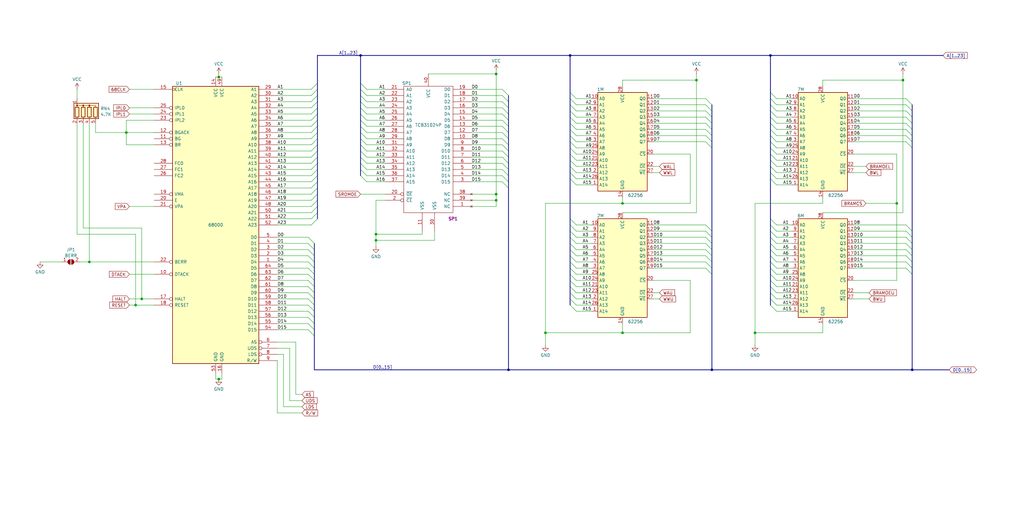
<source format=kicad_sch>
(kicad_sch (version 20230121) (generator eeschema)
  (paper "User" 421.996 209.398)
  (title_block (title "68000 - BIOS ROM - Working & Backup RAM") (date "2023-08-15") (company "SNK") (comment 3 "Converted by Frater ") (comment 4 "NEO-GEO MVS MV1F"))
  (junction (at 224.79 137.16))
  (junction (at 204.47 82.55))
  (junction (at 287.02 33.02))
  (junction (at 36.83 107.95))
  (junction (at 148.59 22.86))
  (junction (at 52.07 54.61))
  (junction (at 256.54 137.16))
  (junction (at 55.88 125.73))
  (junction (at 154.94 99.06))
  (junction (at 209.55 152.4))
  (junction (at 375.92 152.4))
  (junction (at 317.5 22.86))
  (junction (at 204.47 30.48))
  (junction (at 234.95 22.86))
  (junction (at 154.94 96.52))
  (junction (at 204.47 80.01))
  (junction (at 90.17 156.21))
  (junction (at 58.42 123.19))
  (junction (at 293.37 152.4))
  (junction (at 369.57 83.82))
  (junction (at 90.17 31.75))
  (junction (at 256.54 83.82))
  (junction (at 372.11 33.02))
  (junction (at 311.15 137.16))
  (bus_entry (at 209.55 62.23) (size -2.54 -2.54))
  (bus_entry (at 375.92 95.25) (size -2.54 -2.54))
  (bus_entry (at 375.92 53.34) (size -2.54 -2.54))
  (bus_entry (at 129.54 105.41) (size -2.54 -2.54))
  (bus_entry (at 129.54 118.11) (size -2.54 -2.54))
  (bus_entry (at 129.54 125.73) (size -2.54 -2.54))
  (bus_entry (at 130.81 77.47) (size -2.54 2.54))
  (bus_entry (at 209.55 41.91) (size -2.54 -2.54))
  (bus_entry (at 130.81 52.07) (size -2.54 2.54))
  (bus_entry (at 130.81 49.53) (size -2.54 2.54))
  (bus_entry (at 375.92 97.79) (size -2.54 -2.54))
  (bus_entry (at 293.37 60.96) (size -2.54 -2.54))
  (bus_entry (at 317.5 58.42) (size 2.54 2.54))
  (bus_entry (at 148.59 54.61) (size 2.54 2.54))
  (bus_entry (at 375.92 105.41) (size -2.54 -2.54))
  (bus_entry (at 130.81 44.45) (size -2.54 2.54))
  (bus_entry (at 317.5 95.25) (size 2.54 2.54))
  (bus_entry (at 129.54 120.65) (size -2.54 -2.54))
  (bus_entry (at 234.95 58.42) (size 2.54 2.54))
  (bus_entry (at 130.81 54.61) (size -2.54 2.54))
  (bus_entry (at 209.55 44.45) (size -2.54 -2.54))
  (bus_entry (at 234.95 118.11) (size 2.54 2.54))
  (bus_entry (at 209.55 72.39) (size -2.54 -2.54))
  (bus_entry (at 375.92 102.87) (size -2.54 -2.54))
  (bus_entry (at 234.95 53.34) (size 2.54 2.54))
  (bus_entry (at 293.37 95.25) (size -2.54 -2.54))
  (bus_entry (at 209.55 46.99) (size -2.54 -2.54))
  (bus_entry (at 234.95 71.12) (size 2.54 2.54))
  (bus_entry (at 148.59 62.23) (size 2.54 2.54))
  (bus_entry (at 375.92 110.49) (size -2.54 -2.54))
  (bus_entry (at 317.5 68.58) (size 2.54 2.54))
  (bus_entry (at 130.81 39.37) (size -2.54 2.54))
  (bus_entry (at 317.5 66.04) (size 2.54 2.54))
  (bus_entry (at 375.92 100.33) (size -2.54 -2.54))
  (bus_entry (at 209.55 52.07) (size -2.54 -2.54))
  (bus_entry (at 293.37 50.8) (size -2.54 -2.54))
  (bus_entry (at 317.5 45.72) (size 2.54 2.54))
  (bus_entry (at 234.95 105.41) (size 2.54 2.54))
  (bus_entry (at 234.95 100.33) (size 2.54 2.54))
  (bus_entry (at 317.5 53.34) (size 2.54 2.54))
  (bus_entry (at 209.55 77.47) (size -2.54 -2.54))
  (bus_entry (at 293.37 102.87) (size -2.54 -2.54))
  (bus_entry (at 130.81 80.01) (size -2.54 2.54))
  (bus_entry (at 130.81 34.29) (size -2.54 2.54))
  (bus_entry (at 234.95 38.1) (size 2.54 2.54))
  (bus_entry (at 129.54 128.27) (size -2.54 -2.54))
  (bus_entry (at 130.81 36.83) (size -2.54 2.54))
  (bus_entry (at 129.54 113.03) (size -2.54 -2.54))
  (bus_entry (at 148.59 34.29) (size 2.54 2.54))
  (bus_entry (at 234.95 113.03) (size 2.54 2.54))
  (bus_entry (at 234.95 50.8) (size 2.54 2.54))
  (bus_entry (at 317.5 43.18) (size 2.54 2.54))
  (bus_entry (at 317.5 123.19) (size 2.54 2.54))
  (bus_entry (at 209.55 69.85) (size -2.54 -2.54))
  (bus_entry (at 129.54 100.33) (size -2.54 -2.54))
  (bus_entry (at 375.92 48.26) (size -2.54 -2.54))
  (bus_entry (at 234.95 102.87) (size 2.54 2.54))
  (bus_entry (at 148.59 67.31) (size 2.54 2.54))
  (bus_entry (at 129.54 102.87) (size -2.54 -2.54))
  (bus_entry (at 129.54 130.81) (size -2.54 -2.54))
  (bus_entry (at 148.59 49.53) (size 2.54 2.54))
  (bus_entry (at 130.81 72.39) (size -2.54 2.54))
  (bus_entry (at 317.5 97.79) (size 2.54 2.54))
  (bus_entry (at 234.95 120.65) (size 2.54 2.54))
  (bus_entry (at 317.5 50.8) (size 2.54 2.54))
  (bus_entry (at 130.81 67.31) (size -2.54 2.54))
  (bus_entry (at 375.92 45.72) (size -2.54 -2.54))
  (bus_entry (at 293.37 48.26) (size -2.54 -2.54))
  (bus_entry (at 317.5 63.5) (size 2.54 2.54))
  (bus_entry (at 130.81 64.77) (size -2.54 2.54))
  (bus_entry (at 148.59 36.83) (size 2.54 2.54))
  (bus_entry (at 293.37 107.95) (size -2.54 -2.54))
  (bus_entry (at 317.5 113.03) (size 2.54 2.54))
  (bus_entry (at 148.59 44.45) (size 2.54 2.54))
  (bus_entry (at 234.95 55.88) (size 2.54 2.54))
  (bus_entry (at 130.81 59.69) (size -2.54 2.54))
  (bus_entry (at 317.5 107.95) (size 2.54 2.54))
  (bus_entry (at 130.81 46.99) (size -2.54 2.54))
  (bus_entry (at 148.59 52.07) (size 2.54 2.54))
  (bus_entry (at 234.95 125.73) (size 2.54 2.54))
  (bus_entry (at 129.54 138.43) (size -2.54 -2.54))
  (bus_entry (at 148.59 57.15) (size 2.54 2.54))
  (bus_entry (at 293.37 55.88) (size -2.54 -2.54))
  (bus_entry (at 209.55 39.37) (size -2.54 -2.54))
  (bus_entry (at 129.54 133.35) (size -2.54 -2.54))
  (bus_entry (at 234.95 92.71) (size 2.54 2.54))
  (bus_entry (at 130.81 85.09) (size -2.54 2.54))
  (bus_entry (at 317.5 90.17) (size 2.54 2.54))
  (bus_entry (at 234.95 110.49) (size 2.54 2.54))
  (bus_entry (at 234.95 97.79) (size 2.54 2.54))
  (bus_entry (at 234.95 115.57) (size 2.54 2.54))
  (bus_entry (at 148.59 46.99) (size 2.54 2.54))
  (bus_entry (at 317.5 73.66) (size 2.54 2.54))
  (bus_entry (at 375.92 113.03) (size -2.54 -2.54))
  (bus_entry (at 317.5 40.64) (size 2.54 2.54))
  (bus_entry (at 129.54 123.19) (size -2.54 -2.54))
  (bus_entry (at 317.5 100.33) (size 2.54 2.54))
  (bus_entry (at 209.55 59.69) (size -2.54 -2.54))
  (bus_entry (at 148.59 59.69) (size 2.54 2.54))
  (bus_entry (at 293.37 97.79) (size -2.54 -2.54))
  (bus_entry (at 130.81 74.93) (size -2.54 2.54))
  (bus_entry (at 293.37 100.33) (size -2.54 -2.54))
  (bus_entry (at 234.95 73.66) (size 2.54 2.54))
  (bus_entry (at 234.95 68.58) (size 2.54 2.54))
  (bus_entry (at 234.95 123.19) (size 2.54 2.54))
  (bus_entry (at 317.5 105.41) (size 2.54 2.54))
  (bus_entry (at 209.55 54.61) (size -2.54 -2.54))
  (bus_entry (at 375.92 55.88) (size -2.54 -2.54))
  (bus_entry (at 293.37 110.49) (size -2.54 -2.54))
  (bus_entry (at 130.81 69.85) (size -2.54 2.54))
  (bus_entry (at 129.54 115.57) (size -2.54 -2.54))
  (bus_entry (at 130.81 57.15) (size -2.54 2.54))
  (bus_entry (at 375.92 107.95) (size -2.54 -2.54))
  (bus_entry (at 317.5 60.96) (size 2.54 2.54))
  (bus_entry (at 234.95 40.64) (size 2.54 2.54))
  (bus_entry (at 375.92 50.8) (size -2.54 -2.54))
  (bus_entry (at 317.5 125.73) (size 2.54 2.54))
  (bus_entry (at 234.95 95.25) (size 2.54 2.54))
  (bus_entry (at 317.5 115.57) (size 2.54 2.54))
  (bus_entry (at 148.59 69.85) (size 2.54 2.54))
  (bus_entry (at 234.95 90.17) (size 2.54 2.54))
  (bus_entry (at 130.81 62.23) (size -2.54 2.54))
  (bus_entry (at 148.59 41.91) (size 2.54 2.54))
  (bus_entry (at 317.5 118.11) (size 2.54 2.54))
  (bus_entry (at 130.81 87.63) (size -2.54 2.54))
  (bus_entry (at 234.95 45.72) (size 2.54 2.54))
  (bus_entry (at 209.55 74.93) (size -2.54 -2.54))
  (bus_entry (at 129.54 135.89) (size -2.54 -2.54))
  (bus_entry (at 130.81 41.91) (size -2.54 2.54))
  (bus_entry (at 317.5 92.71) (size 2.54 2.54))
  (bus_entry (at 209.55 67.31) (size -2.54 -2.54))
  (bus_entry (at 293.37 58.42) (size -2.54 -2.54))
  (bus_entry (at 234.95 43.18) (size 2.54 2.54))
  (bus_entry (at 375.92 60.96) (size -2.54 -2.54))
  (bus_entry (at 317.5 55.88) (size 2.54 2.54))
  (bus_entry (at 293.37 53.34) (size -2.54 -2.54))
  (bus_entry (at 148.59 72.39) (size 2.54 2.54))
  (bus_entry (at 234.95 63.5) (size 2.54 2.54))
  (bus_entry (at 317.5 120.65) (size 2.54 2.54))
  (bus_entry (at 317.5 48.26) (size 2.54 2.54))
  (bus_entry (at 129.54 110.49) (size -2.54 -2.54))
  (bus_entry (at 317.5 110.49) (size 2.54 2.54))
  (bus_entry (at 293.37 113.03) (size -2.54 -2.54))
  (bus_entry (at 129.54 107.95) (size -2.54 -2.54))
  (bus_entry (at 148.59 64.77) (size 2.54 2.54))
  (bus_entry (at 293.37 43.18) (size -2.54 -2.54))
  (bus_entry (at 317.5 102.87) (size 2.54 2.54))
  (bus_entry (at 375.92 43.18) (size -2.54 -2.54))
  (bus_entry (at 234.95 66.04) (size 2.54 2.54))
  (bus_entry (at 130.81 82.55) (size -2.54 2.54))
  (bus_entry (at 209.55 57.15) (size -2.54 -2.54))
  (bus_entry (at 293.37 45.72) (size -2.54 -2.54))
  (bus_entry (at 130.81 90.17) (size -2.54 2.54))
  (bus_entry (at 234.95 60.96) (size 2.54 2.54))
  (bus_entry (at 375.92 58.42) (size -2.54 -2.54))
  (bus_entry (at 234.95 107.95) (size 2.54 2.54))
  (bus_entry (at 234.95 48.26) (size 2.54 2.54))
  (bus_entry (at 209.55 49.53) (size -2.54 -2.54))
  (bus_entry (at 317.5 71.12) (size 2.54 2.54))
  (bus_entry (at 148.59 39.37) (size 2.54 2.54))
  (bus_entry (at 317.5 38.1) (size 2.54 2.54))
  (bus_entry (at 209.55 64.77) (size -2.54 -2.54))
  (bus_entry (at 293.37 105.41) (size -2.54 -2.54))
  (bus (pts (xy 209.55 44.45) (xy 209.55 46.99)))
  (bus (pts (xy 234.95 50.8) (xy 234.95 53.34)))
  (wire (pts (xy 351.79 50.8) (xy 373.38 50.8)))
  (wire (pts (xy 320.04 128.27) (xy 326.39 128.27)))
  (bus (pts (xy 375.92 58.42) (xy 375.92 60.96)))
  (wire (pts (xy 39.37 54.61) (xy 52.07 54.61)))
  (wire (pts (xy 114.3 128.27) (xy 127 128.27)))
  (wire (pts (xy 91.44 153.67) (xy 91.44 156.21)))
  (wire (pts (xy 269.24 50.8) (xy 290.83 50.8)))
  (wire (pts (xy 320.04 76.2) (xy 326.39 76.2)))
  (wire (pts (xy 237.49 71.12) (xy 243.84 71.12)))
  (bus (pts (xy 317.5 71.12) (xy 317.5 73.66)))
  (wire (pts (xy 179.07 95.25) (xy 179.07 99.06)))
  (wire (pts (xy 237.49 128.27) (xy 243.84 128.27)))
  (wire (pts (xy 31.75 50.8) (xy 31.75 96.52)))
  (wire (pts (xy 114.3 59.69) (xy 128.27 59.69)))
  (bus (pts (xy 234.95 40.64) (xy 234.95 43.18)))
  (wire (pts (xy 369.57 115.57) (xy 351.79 115.57)))
  (wire (pts (xy 320.04 58.42) (xy 326.39 58.42)))
  (wire (pts (xy 114.3 41.91) (xy 128.27 41.91)))
  (wire (pts (xy 36.83 107.95) (xy 63.5 107.95)))
  (wire (pts (xy 151.13 74.93) (xy 158.75 74.93)))
  (bus (pts (xy 375.92 55.88) (xy 375.92 58.42)))
  (bus (pts (xy 317.5 22.86) (xy 317.5 38.1)))
  (wire (pts (xy 237.49 120.65) (xy 243.84 120.65)))
  (wire (pts (xy 237.49 100.33) (xy 243.84 100.33)))
  (wire (pts (xy 58.42 93.98) (xy 58.42 123.19)))
  (wire (pts (xy 194.31 64.77) (xy 207.01 64.77)))
  (wire (pts (xy 88.9 153.67) (xy 88.9 156.21)))
  (wire (pts (xy 114.3 64.77) (xy 128.27 64.77)))
  (wire (pts (xy 269.24 53.34) (xy 290.83 53.34)))
  (bus (pts (xy 317.5 50.8) (xy 317.5 53.34)))
  (wire (pts (xy 114.3 118.11) (xy 127 118.11)))
  (wire (pts (xy 114.3 85.09) (xy 128.27 85.09)))
  (bus (pts (xy 234.95 90.17) (xy 234.95 92.71)))
  (wire (pts (xy 351.79 71.12) (xy 356.87 71.12)))
  (wire (pts (xy 114.3 82.55) (xy 128.27 82.55)))
  (wire (pts (xy 320.04 97.79) (xy 326.39 97.79)))
  (bus (pts (xy 234.95 97.79) (xy 234.95 100.33)))
  (bus (pts (xy 293.37 58.42) (xy 293.37 60.96)))
  (bus (pts (xy 317.5 107.95) (xy 317.5 110.49)))
  (bus (pts (xy 234.95 22.86) (xy 317.5 22.86)))
  (wire (pts (xy 269.24 40.64) (xy 290.83 40.64)))
  (bus (pts (xy 148.59 62.23) (xy 148.59 64.77)))
  (wire (pts (xy 114.3 105.41) (xy 127 105.41)))
  (wire (pts (xy 194.31 80.01) (xy 204.47 80.01)))
  (bus (pts (xy 130.81 85.09) (xy 130.81 87.63)))
  (wire (pts (xy 128.27 39.37) (xy 114.3 39.37)))
  (wire (pts (xy 237.49 53.34) (xy 243.84 53.34)))
  (wire (pts (xy 91.44 156.21) (xy 90.17 156.21)))
  (bus (pts (xy 234.95 68.58) (xy 234.95 71.12)))
  (wire (pts (xy 287.02 87.63) (xy 256.54 87.63)))
  (bus (pts (xy 293.37 105.41) (xy 293.37 107.95)))
  (wire (pts (xy 356.87 83.82) (xy 369.57 83.82)))
  (bus (pts (xy 234.95 55.88) (xy 234.95 58.42)))
  (wire (pts (xy 53.34 113.03) (xy 63.5 113.03)))
  (wire (pts (xy 237.49 45.72) (xy 243.84 45.72)))
  (wire (pts (xy 256.54 137.16) (xy 284.48 137.16)))
  (bus (pts (xy 209.55 49.53) (xy 209.55 52.07)))
  (wire (pts (xy 154.94 99.06) (xy 154.94 101.6)))
  (wire (pts (xy 114.3 67.31) (xy 128.27 67.31)))
  (wire (pts (xy 114.3 44.45) (xy 128.27 44.45)))
  (wire (pts (xy 176.53 30.48) (xy 204.47 30.48)))
  (bus (pts (xy 375.92 113.03) (xy 375.92 152.4)))
  (bus (pts (xy 234.95 63.5) (xy 234.95 66.04)))
  (wire (pts (xy 224.79 83.82) (xy 224.79 137.16)))
  (wire (pts (xy 284.48 63.5) (xy 269.24 63.5)))
  (bus (pts (xy 148.59 59.69) (xy 148.59 62.23)))
  (wire (pts (xy 90.17 30.48) (xy 90.17 31.75)))
  (wire (pts (xy 204.47 80.01) (xy 204.47 82.55)))
  (wire (pts (xy 351.79 102.87) (xy 373.38 102.87)))
  (bus (pts (xy 293.37 97.79) (xy 293.37 100.33)))
  (bus (pts (xy 317.5 120.65) (xy 317.5 123.19)))
  (wire (pts (xy 351.79 110.49) (xy 373.38 110.49)))
  (wire (pts (xy 351.79 68.58) (xy 356.87 68.58)))
  (bus (pts (xy 130.81 67.31) (xy 130.81 69.85)))
  (wire (pts (xy 269.24 105.41) (xy 290.83 105.41)))
  (wire (pts (xy 339.09 83.82) (xy 311.15 83.82)))
  (wire (pts (xy 53.34 125.73) (xy 55.88 125.73)))
  (bus (pts (xy 234.95 53.34) (xy 234.95 55.88)))
  (bus (pts (xy 130.81 34.29) (xy 130.81 36.83)))
  (wire (pts (xy 151.13 64.77) (xy 158.75 64.77)))
  (wire (pts (xy 351.79 48.26) (xy 373.38 48.26)))
  (wire (pts (xy 114.3 74.93) (xy 128.27 74.93)))
  (bus (pts (xy 148.59 49.53) (xy 148.59 52.07)))
  (bus (pts (xy 129.54 102.87) (xy 129.54 105.41)))
  (wire (pts (xy 124.46 167.64) (xy 116.84 167.64)))
  (wire (pts (xy 237.49 125.73) (xy 243.84 125.73)))
  (bus (pts (xy 293.37 45.72) (xy 293.37 48.26)))
  (bus (pts (xy 317.5 55.88) (xy 317.5 58.42)))
  (wire (pts (xy 114.3 123.19) (xy 127 123.19)))
  (wire (pts (xy 320.04 125.73) (xy 326.39 125.73)))
  (wire (pts (xy 114.3 135.89) (xy 127 135.89)))
  (wire (pts (xy 114.3 80.01) (xy 128.27 80.01)))
  (wire (pts (xy 194.31 46.99) (xy 207.01 46.99)))
  (wire (pts (xy 237.49 113.03) (xy 243.84 113.03)))
  (wire (pts (xy 114.3 54.61) (xy 128.27 54.61)))
  (wire (pts (xy 154.94 82.55) (xy 154.94 96.52)))
  (wire (pts (xy 320.04 55.88) (xy 326.39 55.88)))
  (wire (pts (xy 320.04 95.25) (xy 326.39 95.25)))
  (wire (pts (xy 237.49 60.96) (xy 243.84 60.96)))
  (wire (pts (xy 237.49 63.5) (xy 243.84 63.5)))
  (bus (pts (xy 293.37 107.95) (xy 293.37 110.49)))
  (wire (pts (xy 320.04 107.95) (xy 326.39 107.95)))
  (wire (pts (xy 256.54 83.82) (xy 224.79 83.82)))
  (wire (pts (xy 269.24 45.72) (xy 290.83 45.72)))
  (bus (pts (xy 129.54 120.65) (xy 129.54 123.19)))
  (wire (pts (xy 320.04 102.87) (xy 326.39 102.87)))
  (wire (pts (xy 320.04 110.49) (xy 326.39 110.49)))
  (wire (pts (xy 119.38 143.51) (xy 114.3 143.51)))
  (wire (pts (xy 88.9 156.21) (xy 90.17 156.21)))
  (wire (pts (xy 237.49 40.64) (xy 243.84 40.64)))
  (wire (pts (xy 204.47 29.21) (xy 204.47 30.48)))
  (bus (pts (xy 293.37 102.87) (xy 293.37 105.41)))
  (bus (pts (xy 375.92 152.4) (xy 391.16 152.4)))
  (bus (pts (xy 209.55 54.61) (xy 209.55 57.15)))
  (bus (pts (xy 234.95 71.12) (xy 234.95 73.66)))
  (wire (pts (xy 52.07 59.69) (xy 52.07 54.61)))
  (wire (pts (xy 351.79 53.34) (xy 373.38 53.34)))
  (bus (pts (xy 317.5 113.03) (xy 317.5 115.57)))
  (bus (pts (xy 375.92 105.41) (xy 375.92 107.95)))
  (wire (pts (xy 269.24 120.65) (xy 271.78 120.65)))
  (bus (pts (xy 375.92 50.8) (xy 375.92 53.34)))
  (wire (pts (xy 194.31 52.07) (xy 207.01 52.07)))
  (wire (pts (xy 269.24 68.58) (xy 271.78 68.58)))
  (bus (pts (xy 234.95 38.1) (xy 234.95 40.64)))
  (wire (pts (xy 58.42 123.19) (xy 63.5 123.19)))
  (wire (pts (xy 31.75 36.83) (xy 31.75 40.64)))
  (wire (pts (xy 124.46 162.56) (xy 121.92 162.56)))
  (wire (pts (xy 151.13 59.69) (xy 158.75 59.69)))
  (bus (pts (xy 375.92 95.25) (xy 375.92 97.79)))
  (wire (pts (xy 237.49 55.88) (xy 243.84 55.88)))
  (bus (pts (xy 129.54 113.03) (xy 129.54 115.57)))
  (wire (pts (xy 194.31 57.15) (xy 207.01 57.15)))
  (wire (pts (xy 151.13 41.91) (xy 158.75 41.91)))
  (wire (pts (xy 351.79 105.41) (xy 373.38 105.41)))
  (wire (pts (xy 204.47 80.01) (xy 204.47 30.48)))
  (wire (pts (xy 339.09 81.28) (xy 339.09 83.82)))
  (wire (pts (xy 151.13 67.31) (xy 158.75 67.31)))
  (bus (pts (xy 129.54 107.95) (xy 129.54 110.49)))
  (wire (pts (xy 351.79 58.42) (xy 373.38 58.42)))
  (wire (pts (xy 351.79 45.72) (xy 373.38 45.72)))
  (wire (pts (xy 237.49 68.58) (xy 243.84 68.58)))
  (bus (pts (xy 129.54 138.43) (xy 129.54 152.4)))
  (wire (pts (xy 320.04 73.66) (xy 326.39 73.66)))
  (bus (pts (xy 129.54 110.49) (xy 129.54 113.03)))
  (bus (pts (xy 317.5 40.64) (xy 317.5 43.18)))
  (bus (pts (xy 209.55 46.99) (xy 209.55 49.53)))
  (wire (pts (xy 114.3 57.15) (xy 128.27 57.15)))
  (bus (pts (xy 317.5 48.26) (xy 317.5 50.8)))
  (wire (pts (xy 320.04 45.72) (xy 326.39 45.72)))
  (bus (pts (xy 317.5 60.96) (xy 317.5 63.5)))
  (wire (pts (xy 114.3 110.49) (xy 127 110.49)))
  (bus (pts (xy 148.59 39.37) (xy 148.59 36.83)))
  (wire (pts (xy 119.38 143.51) (xy 119.38 165.1)))
  (wire (pts (xy 284.48 83.82) (xy 284.48 63.5)))
  (bus (pts (xy 129.54 135.89) (xy 129.54 138.43)))
  (bus (pts (xy 130.81 52.07) (xy 130.81 54.61)))
  (wire (pts (xy 269.24 48.26) (xy 290.83 48.26)))
  (wire (pts (xy 114.3 97.79) (xy 127 97.79)))
  (wire (pts (xy 151.13 36.83) (xy 158.75 36.83)))
  (bus (pts (xy 234.95 107.95) (xy 234.95 110.49)))
  (wire (pts (xy 320.04 60.96) (xy 326.39 60.96)))
  (bus (pts (xy 234.95 92.71) (xy 234.95 95.25)))
  (wire (pts (xy 351.79 120.65) (xy 358.14 120.65)))
  (bus (pts (xy 130.81 64.77) (xy 130.81 67.31)))
  (bus (pts (xy 209.55 39.37) (xy 209.55 41.91)))
  (wire (pts (xy 320.04 53.34) (xy 326.39 53.34)))
  (bus (pts (xy 234.95 66.04) (xy 234.95 68.58)))
  (bus (pts (xy 209.55 152.4) (xy 293.37 152.4)))
  (wire (pts (xy 269.24 58.42) (xy 290.83 58.42)))
  (bus (pts (xy 293.37 152.4) (xy 375.92 152.4)))
  (wire (pts (xy 351.79 95.25) (xy 373.38 95.25)))
  (bus (pts (xy 129.54 152.4) (xy 209.55 152.4)))
  (bus (pts (xy 130.81 72.39) (xy 130.81 74.93)))
  (wire (pts (xy 33.02 107.95) (xy 36.83 107.95)))
  (wire (pts (xy 269.24 100.33) (xy 290.83 100.33)))
  (wire (pts (xy 311.15 83.82) (xy 311.15 137.16)))
  (wire (pts (xy 173.99 96.52) (xy 173.99 95.25)))
  (wire (pts (xy 269.24 43.18) (xy 290.83 43.18)))
  (bus (pts (xy 293.37 43.18) (xy 293.37 45.72)))
  (bus (pts (xy 375.92 60.96) (xy 375.92 95.25)))
  (bus (pts (xy 293.37 110.49) (xy 293.37 113.03)))
  (bus (pts (xy 234.95 105.41) (xy 234.95 107.95)))
  (bus (pts (xy 129.54 125.73) (xy 129.54 128.27)))
  (bus (pts (xy 130.81 77.47) (xy 130.81 80.01)))
  (bus (pts (xy 234.95 118.11) (xy 234.95 120.65)))
  (bus (pts (xy 293.37 53.34) (xy 293.37 55.88)))
  (bus (pts (xy 317.5 53.34) (xy 317.5 55.88)))
  (wire (pts (xy 320.04 92.71) (xy 326.39 92.71)))
  (bus (pts (xy 148.59 22.86) (xy 148.59 34.29)))
  (wire (pts (xy 39.37 50.8) (xy 39.37 54.61)))
  (wire (pts (xy 151.13 44.45) (xy 158.75 44.45)))
  (wire (pts (xy 114.3 120.65) (xy 127 120.65)))
  (bus (pts (xy 130.81 36.83) (xy 130.81 39.37)))
  (wire (pts (xy 88.9 31.75) (xy 90.17 31.75)))
  (wire (pts (xy 287.02 30.48) (xy 287.02 33.02)))
  (bus (pts (xy 375.92 110.49) (xy 375.92 113.03)))
  (bus (pts (xy 293.37 55.88) (xy 293.37 58.42)))
  (bus (pts (xy 130.81 41.91) (xy 130.81 44.45)))
  (wire (pts (xy 114.3 46.99) (xy 128.27 46.99)))
  (wire (pts (xy 154.94 96.52) (xy 154.94 99.06)))
  (wire (pts (xy 114.3 49.53) (xy 128.27 49.53)))
  (wire (pts (xy 34.29 93.98) (xy 58.42 93.98)))
  (wire (pts (xy 90.17 31.75) (xy 91.44 31.75)))
  (wire (pts (xy 237.49 102.87) (xy 243.84 102.87)))
  (wire (pts (xy 351.79 97.79) (xy 373.38 97.79)))
  (bus (pts (xy 375.92 97.79) (xy 375.92 100.33)))
  (bus (pts (xy 317.5 102.87) (xy 317.5 105.41)))
  (bus (pts (xy 234.95 120.65) (xy 234.95 123.19)))
  (bus (pts (xy 375.92 107.95) (xy 375.92 110.49)))
  (wire (pts (xy 284.48 137.16) (xy 284.48 115.57)))
  (bus (pts (xy 129.54 128.27) (xy 129.54 130.81)))
  (wire (pts (xy 269.24 97.79) (xy 290.83 97.79)))
  (wire (pts (xy 320.04 120.65) (xy 326.39 120.65)))
  (wire (pts (xy 237.49 105.41) (xy 243.84 105.41)))
  (wire (pts (xy 116.84 146.05) (xy 114.3 146.05)))
  (bus (pts (xy 234.95 123.19) (xy 234.95 125.73)))
  (wire (pts (xy 114.3 102.87) (xy 127 102.87)))
  (bus (pts (xy 317.5 43.18) (xy 317.5 45.72)))
  (wire (pts (xy 114.3 113.03) (xy 127 113.03)))
  (bus (pts (xy 129.54 118.11) (xy 129.54 120.65)))
  (bus (pts (xy 234.95 43.18) (xy 234.95 45.72)))
  (bus (pts (xy 317.5 38.1) (xy 317.5 40.64)))
  (wire (pts (xy 148.59 80.01) (xy 158.75 80.01)))
  (wire (pts (xy 237.49 92.71) (xy 243.84 92.71)))
  (wire (pts (xy 194.31 36.83) (xy 207.01 36.83)))
  (wire (pts (xy 114.3 133.35) (xy 127 133.35)))
  (wire (pts (xy 369.57 83.82) (xy 369.57 115.57)))
  (bus (pts (xy 209.55 59.69) (xy 209.55 62.23)))
  (wire (pts (xy 351.79 63.5) (xy 369.57 63.5)))
  (wire (pts (xy 237.49 66.04) (xy 243.84 66.04)))
  (wire (pts (xy 53.34 123.19) (xy 58.42 123.19)))
  (wire (pts (xy 224.79 137.16) (xy 224.79 142.24)))
  (wire (pts (xy 116.84 167.64) (xy 116.84 146.05)))
  (wire (pts (xy 194.31 54.61) (xy 207.01 54.61)))
  (wire (pts (xy 204.47 82.55) (xy 204.47 85.09)))
  (bus (pts (xy 130.81 39.37) (xy 130.81 41.91)))
  (wire (pts (xy 194.31 72.39) (xy 207.01 72.39)))
  (bus (pts (xy 148.59 22.86) (xy 234.95 22.86)))
  (bus (pts (xy 234.95 95.25) (xy 234.95 97.79)))
  (wire (pts (xy 269.24 55.88) (xy 290.83 55.88)))
  (wire (pts (xy 237.49 95.25) (xy 243.84 95.25)))
  (wire (pts (xy 53.34 44.45) (xy 63.5 44.45)))
  (wire (pts (xy 311.15 137.16) (xy 311.15 142.24)))
  (bus (pts (xy 130.81 49.53) (xy 130.81 52.07)))
  (bus (pts (xy 293.37 95.25) (xy 293.37 97.79)))
  (wire (pts (xy 194.31 67.31) (xy 207.01 67.31)))
  (wire (pts (xy 55.88 125.73) (xy 63.5 125.73)))
  (bus (pts (xy 148.59 64.77) (xy 148.59 67.31)))
  (wire (pts (xy 114.3 130.81) (xy 127 130.81)))
  (wire (pts (xy 114.3 36.83) (xy 128.27 36.83)))
  (wire (pts (xy 114.3 100.33) (xy 127 100.33)))
  (wire (pts (xy 320.04 68.58) (xy 326.39 68.58)))
  (wire (pts (xy 287.02 33.02) (xy 287.02 87.63)))
  (wire (pts (xy 114.3 125.73) (xy 127 125.73)))
  (wire (pts (xy 320.04 100.33) (xy 326.39 100.33)))
  (wire (pts (xy 52.07 49.53) (xy 63.5 49.53)))
  (bus (pts (xy 209.55 64.77) (xy 209.55 67.31)))
  (bus (pts (xy 234.95 115.57) (xy 234.95 118.11)))
  (bus (pts (xy 234.95 60.96) (xy 234.95 63.5)))
  (wire (pts (xy 237.49 58.42) (xy 243.84 58.42)))
  (bus (pts (xy 209.55 41.91) (xy 209.55 44.45)))
  (wire (pts (xy 320.04 113.03) (xy 326.39 113.03)))
  (bus (pts (xy 317.5 58.42) (xy 317.5 60.96)))
  (wire (pts (xy 339.09 33.02) (xy 372.11 33.02)))
  (bus (pts (xy 148.59 41.91) (xy 148.59 39.37)))
  (wire (pts (xy 351.79 123.19) (xy 358.14 123.19)))
  (bus (pts (xy 130.81 46.99) (xy 130.81 49.53)))
  (wire (pts (xy 31.75 96.52) (xy 55.88 96.52)))
  (wire (pts (xy 52.07 54.61) (xy 63.5 54.61)))
  (wire (pts (xy 237.49 48.26) (xy 243.84 48.26)))
  (bus (pts (xy 148.59 36.83) (xy 148.59 34.29)))
  (bus (pts (xy 148.59 44.45) (xy 148.59 41.91)))
  (wire (pts (xy 237.49 43.18) (xy 243.84 43.18)))
  (wire (pts (xy 320.04 115.57) (xy 326.39 115.57)))
  (wire (pts (xy 151.13 39.37) (xy 158.75 39.37)))
  (bus (pts (xy 209.55 74.93) (xy 209.55 77.47)))
  (wire (pts (xy 204.47 85.09) (xy 194.31 85.09)))
  (bus (pts (xy 234.95 100.33) (xy 234.95 102.87)))
  (wire (pts (xy 36.83 50.8) (xy 36.83 107.95)))
  (wire (pts (xy 269.24 110.49) (xy 290.83 110.49)))
  (wire (pts (xy 269.24 123.19) (xy 271.78 123.19)))
  (wire (pts (xy 237.49 97.79) (xy 243.84 97.79)))
  (wire (pts (xy 114.3 69.85) (xy 128.27 69.85)))
  (wire (pts (xy 124.46 170.18) (xy 114.3 170.18)))
  (bus (pts (xy 148.59 54.61) (xy 148.59 57.15)))
  (bus (pts (xy 317.5 92.71) (xy 317.5 95.25)))
  (wire (pts (xy 151.13 72.39) (xy 158.75 72.39)))
  (bus (pts (xy 317.5 66.04) (xy 317.5 68.58)))
  (bus (pts (xy 375.92 53.34) (xy 375.92 55.88)))
  (wire (pts (xy 320.04 105.41) (xy 326.39 105.41)))
  (wire (pts (xy 269.24 102.87) (xy 290.83 102.87)))
  (bus (pts (xy 130.81 87.63) (xy 130.81 90.17)))
  (bus (pts (xy 209.55 62.23) (xy 209.55 64.77)))
  (bus (pts (xy 148.59 67.31) (xy 148.59 69.85)))
  (bus (pts (xy 317.5 22.86) (xy 388.62 22.86)))
  (bus (pts (xy 317.5 45.72) (xy 317.5 48.26)))
  (bus (pts (xy 234.95 113.03) (xy 234.95 115.57)))
  (wire (pts (xy 237.49 118.11) (xy 243.84 118.11)))
  (bus (pts (xy 317.5 95.25) (xy 317.5 97.79)))
  (wire (pts (xy 269.24 107.95) (xy 290.83 107.95)))
  (wire (pts (xy 320.04 123.19) (xy 326.39 123.19)))
  (bus (pts (xy 317.5 115.57) (xy 317.5 118.11)))
  (bus (pts (xy 234.95 102.87) (xy 234.95 105.41)))
  (bus (pts (xy 234.95 45.72) (xy 234.95 48.26)))
  (bus (pts (xy 293.37 113.03) (xy 293.37 152.4)))
  (bus (pts (xy 375.92 43.18) (xy 375.92 45.72)))
  (wire (pts (xy 320.04 71.12) (xy 326.39 71.12)))
  (wire (pts (xy 256.54 137.16) (xy 224.79 137.16)))
  (bus (pts (xy 209.55 57.15) (xy 209.55 59.69)))
  (wire (pts (xy 114.3 77.47) (xy 128.27 77.47)))
  (wire (pts (xy 154.94 82.55) (xy 158.75 82.55)))
  (bus (pts (xy 317.5 110.49) (xy 317.5 113.03)))
  (wire (pts (xy 237.49 107.95) (xy 243.84 107.95)))
  (bus (pts (xy 129.54 130.81) (xy 129.54 133.35)))
  (wire (pts (xy 256.54 33.02) (xy 256.54 35.56)))
  (bus (pts (xy 130.81 59.69) (xy 130.81 62.23)))
  (wire (pts (xy 121.92 140.97) (xy 114.3 140.97)))
  (bus (pts (xy 148.59 44.45) (xy 148.59 46.99)))
  (wire (pts (xy 237.49 73.66) (xy 243.84 73.66)))
  (bus (pts (xy 317.5 100.33) (xy 317.5 102.87)))
  (wire (pts (xy 269.24 92.71) (xy 290.83 92.71)))
  (bus (pts (xy 130.81 22.86) (xy 130.81 34.29)))
  (wire (pts (xy 237.49 50.8) (xy 243.84 50.8)))
  (wire (pts (xy 114.3 87.63) (xy 128.27 87.63)))
  (bus (pts (xy 130.81 69.85) (xy 130.81 72.39)))
  (wire (pts (xy 55.88 96.52) (xy 55.88 125.73)))
  (bus (pts (xy 317.5 63.5) (xy 317.5 66.04)))
  (bus (pts (xy 130.81 57.15) (xy 130.81 59.69)))
  (wire (pts (xy 237.49 110.49) (xy 243.84 110.49)))
  (wire (pts (xy 114.3 107.95) (xy 127 107.95)))
  (wire (pts (xy 114.3 72.39) (xy 128.27 72.39)))
  (bus (pts (xy 130.81 80.01) (xy 130.81 82.55)))
  (wire (pts (xy 53.34 46.99) (xy 63.5 46.99)))
  (wire (pts (xy 320.04 118.11) (xy 326.39 118.11)))
  (wire (pts (xy 63.5 59.69) (xy 52.07 59.69)))
  (bus (pts (xy 293.37 100.33) (xy 293.37 102.87)))
  (wire (pts (xy 269.24 115.57) (xy 284.48 115.57)))
  (wire (pts (xy 194.31 39.37) (xy 207.01 39.37)))
  (bus (pts (xy 317.5 105.41) (xy 317.5 107.95)))
  (wire (pts (xy 16.51 107.95) (xy 25.4 107.95)))
  (wire (pts (xy 121.92 162.56) (xy 121.92 140.97)))
  (wire (pts (xy 320.04 48.26) (xy 326.39 48.26)))
  (bus (pts (xy 129.54 115.57) (xy 129.54 118.11)))
  (bus (pts (xy 129.54 133.35) (xy 129.54 135.89)))
  (wire (pts (xy 320.04 50.8) (xy 326.39 50.8)))
  (bus (pts (xy 148.59 57.15) (xy 148.59 59.69)))
  (wire (pts (xy 237.49 115.57) (xy 243.84 115.57)))
  (wire (pts (xy 194.31 69.85) (xy 207.01 69.85)))
  (wire (pts (xy 351.79 43.18) (xy 373.38 43.18)))
  (bus (pts (xy 148.59 52.07) (xy 148.59 54.61)))
  (wire (pts (xy 194.31 41.91) (xy 207.01 41.91)))
  (wire (pts (xy 237.49 123.19) (xy 243.84 123.19)))
  (wire (pts (xy 151.13 57.15) (xy 158.75 57.15)))
  (bus (pts (xy 293.37 48.26) (xy 293.37 50.8)))
  (wire (pts (xy 351.79 107.95) (xy 373.38 107.95)))
  (bus (pts (xy 234.95 48.26) (xy 234.95 50.8)))
  (bus (pts (xy 209.55 67.31) (xy 209.55 69.85)))
  (bus (pts (xy 234.95 22.86) (xy 234.95 38.1)))
  (wire (pts (xy 256.54 133.35) (xy 256.54 137.16)))
  (bus (pts (xy 375.92 100.33) (xy 375.92 102.87)))
  (bus (pts (xy 375.92 48.26) (xy 375.92 50.8)))
  (bus (pts (xy 234.95 110.49) (xy 234.95 113.03)))
  (wire (pts (xy 114.3 170.18) (xy 114.3 148.59)))
  (wire (pts (xy 204.47 82.55) (xy 194.31 82.55)))
  (wire (pts (xy 124.46 165.1) (xy 119.38 165.1)))
  (bus (pts (xy 130.81 22.86) (xy 148.59 22.86)))
  (wire (pts (xy 114.3 90.17) (xy 128.27 90.17)))
  (bus (pts (xy 317.5 118.11) (xy 317.5 120.65)))
  (bus (pts (xy 317.5 90.17) (xy 317.5 92.71)))
  (bus (pts (xy 209.55 77.47) (xy 209.55 152.4)))
  (wire (pts (xy 269.24 95.25) (xy 290.83 95.25)))
  (bus (pts (xy 317.5 123.19) (xy 317.5 125.73)))
  (wire (pts (xy 320.04 40.64) (xy 326.39 40.64)))
  (bus (pts (xy 148.59 46.99) (xy 148.59 49.53)))
  (wire (pts (xy 154.94 99.06) (xy 179.07 99.06)))
  (bus (pts (xy 317.5 73.66) (xy 317.5 90.17)))
  (wire (pts (xy 351.79 55.88) (xy 373.38 55.88)))
  (wire (pts (xy 114.3 92.71) (xy 128.27 92.71)))
  (bus (pts (xy 148.59 69.85) (xy 148.59 72.39)))
  (wire (pts (xy 372.11 30.48) (xy 372.11 33.02)))
  (wire (pts (xy 151.13 52.07) (xy 158.75 52.07)))
  (bus (pts (xy 234.95 73.66) (xy 234.95 90.17)))
  (wire (pts (xy 194.31 62.23) (xy 207.01 62.23)))
  (wire (pts (xy 151.13 62.23) (xy 158.75 62.23)))
  (wire (pts (xy 151.13 54.61) (xy 158.75 54.61)))
  (wire (pts (xy 351.79 100.33) (xy 373.38 100.33)))
  (wire (pts (xy 339.09 33.02) (xy 339.09 35.56)))
  (wire (pts (xy 372.11 33.02) (xy 372.11 87.63)))
  (bus (pts (xy 209.55 69.85) (xy 209.55 72.39)))
  (bus (pts (xy 209.55 52.07) (xy 209.55 54.61)))
  (bus (pts (xy 375.92 45.72) (xy 375.92 48.26)))
  (wire (pts (xy 339.09 133.35) (xy 339.09 137.16)))
  (bus (pts (xy 234.95 58.42) (xy 234.95 60.96)))
  (wire (pts (xy 34.29 50.8) (xy 34.29 93.98)))
  (bus (pts (xy 129.54 100.33) (xy 129.54 102.87)))
  (bus (pts (xy 317.5 97.79) (xy 317.5 100.33)))
  (wire (pts (xy 351.79 40.64) (xy 373.38 40.64)))
  (wire (pts (xy 194.31 74.93) (xy 207.01 74.93)))
  (wire (pts (xy 320.04 66.04) (xy 326.39 66.04)))
  (bus (pts (xy 375.92 102.87) (xy 375.92 105.41)))
  (wire (pts (xy 151.13 49.53) (xy 158.75 49.53)))
  (wire (pts (xy 114.3 62.23) (xy 128.27 62.23)))
  (wire (pts (xy 114.3 115.57) (xy 127 115.57)))
  (wire (pts (xy 372.11 87.63) (xy 339.09 87.63)))
  (wire (pts (xy 256.54 33.02) (xy 287.02 33.02)))
  (bus (pts (xy 209.55 72.39) (xy 209.55 74.93)))
  (wire (pts (xy 151.13 69.85) (xy 158.75 69.85)))
  (wire (pts (xy 256.54 81.28) (xy 256.54 83.82)))
  (bus (pts (xy 293.37 50.8) (xy 293.37 53.34)))
  (wire (pts (xy 52.07 49.53) (xy 52.07 54.61)))
  (wire (pts (xy 194.31 44.45) (xy 207.01 44.45)))
  (wire (pts (xy 320.04 43.18) (xy 326.39 43.18)))
  (wire (pts (xy 194.31 49.53) (xy 207.01 49.53)))
  (wire (pts (xy 53.34 85.09) (xy 63.5 85.09)))
  (bus (pts (xy 130.81 44.45) (xy 130.81 46.99)))
  (wire (pts (xy 114.3 52.07) (xy 128.27 52.07)))
  (wire (pts (xy 194.31 59.69) (xy 207.01 59.69)))
  (wire (pts (xy 339.09 137.16) (xy 311.15 137.16)))
  (bus (pts (xy 129.54 105.41) (xy 129.54 107.95)))
  (bus (pts (xy 130.81 82.55) (xy 130.81 85.09)))
  (bus (pts (xy 293.37 60.96) (xy 293.37 95.25)))
  (bus (pts (xy 130.81 74.93) (xy 130.81 77.47)))
  (wire (pts (xy 256.54 83.82) (xy 284.48 83.82)))
  (wire (pts (xy 151.13 46.99) (xy 158.75 46.99)))
  (bus (pts (xy 130.81 62.23) (xy 130.81 64.77)))
  (wire (pts (xy 320.04 63.5) (xy 326.39 63.5)))
  (wire (pts (xy 237.49 76.2) (xy 243.84 76.2)))
  (wire (pts (xy 53.34 36.83) (xy 63.5 36.83)))
  (bus (pts (xy 130.81 54.61) (xy 130.81 57.15)))
  (wire (pts (xy 351.79 92.71) (xy 373.38 92.71)))
  (wire (pts (xy 369.57 63.5) (xy 369.57 83.82)))
  (bus (pts (xy 317.5 68.58) (xy 317.5 71.12)))
  (wire (pts (xy 173.99 96.52) (xy 154.94 96.52)))
  (wire (pts (xy 269.24 71.12) (xy 271.78 71.12)))
  (bus (pts (xy 129.54 123.19) (xy 129.54 125.73)))
  (label "D11" (at 114.3 125.73 0))
  (label "A4" (at 240.03 100.33 0))
  (label "D0" (at 269.24 40.64 0))
  (label "D9" (at 351.79 95.25 0))
  (label "D14" (at 114.3 133.35 0))
  (label "A7" (at 326.39 55.88 180))
  (label "A6" (at 243.84 53.34 180))
  (label "A12" (at 322.58 120.65 0))
  (label "A5" (at 322.58 102.87 0))
  (label "A3" (at 240.03 97.79 0))
  (label "D13" (at 351.79 105.41 0))
  (label "A3" (at 243.84 45.72 180))
  (label "D1" (at 351.79 43.18 0))
  (label "A5" (at 243.84 50.8 180))
  (label "D14" (at 194.31 72.39 0))
  (label "D5" (at 194.31 49.53 0))
  (label "A2" (at 158.75 39.37 180))
  (label "D2" (at 351.79 45.72 0))
  (label "D15" (at 269.24 110.49 0))
  (label "A10" (at 322.58 115.57 0))
  (label "A5" (at 158.75 46.99 180))
  (label "D5" (at 269.24 53.34 0))
  (label "A4" (at 326.39 48.26 180))
  (label "A16" (at 158.75 74.93 180))
  (label "A8" (at 114.3 54.61 0))
  (label "D6" (at 114.3 113.03 0))
  (label "A11" (at 240.03 118.11 0))
  (label "A4" (at 243.84 48.26 180))
  (label "D9" (at 114.3 120.65 0))
  (label "A2" (at 114.3 39.37 0))
  (label "A12" (at 114.3 64.77 0))
  (label "D13" (at 269.24 105.41 0))
  (label "D0" (at 114.3 97.79 0))
  (label "A13" (at 326.39 71.12 180))
  (label "A2" (at 322.58 95.25 0))
  (label "A15" (at 114.3 72.39 0))
  (label "A15" (at 240.03 128.27 0))
  (label "A8" (at 158.75 54.61 180))
  (label "A1" (at 326.39 40.64 180))
  (label "A14" (at 243.84 73.66 180))
  (label "D12" (at 351.79 102.87 0))
  (label "D15" (at 194.31 74.93 0))
  (label "A7" (at 322.58 107.95 0))
  (label "D11" (at 194.31 64.77 0))
  (label "A7" (at 158.75 52.07 180))
  (label "A8" (at 243.84 58.42 180))
  (label "A9" (at 322.58 113.03 0))
  (label "D12" (at 114.3 128.27 0))
  (label "A6" (at 326.39 53.34 180))
  (label "A10" (at 243.84 63.5 180))
  (label "A7" (at 240.03 107.95 0))
  (label "A14" (at 322.58 125.73 0))
  (label "D7" (at 194.31 54.61 0))
  (label "A21" (at 114.3 87.63 0))
  (label "A12" (at 240.03 120.65 0))
  (label "A13" (at 322.58 123.19 0))
  (label "D10" (at 114.3 123.19 0))
  (label "A10" (at 114.3 59.69 0))
  (label "A8" (at 326.39 58.42 180))
  (label "D0" (at 351.79 40.64 0))
  (label "A4" (at 114.3 44.45 0))
  (label "A1" (at 243.84 40.64 180))
  (label "A9" (at 243.84 60.96 180))
  (label "D6" (at 351.79 55.88 0))
  (label "A6" (at 114.3 49.53 0))
  (label "A4" (at 158.75 44.45 180))
  (label "D15" (at 114.3 135.89 0))
  (label "D3" (at 351.79 48.26 0))
  (label "A3" (at 158.75 41.91 180))
  (label "D3" (at 194.31 44.45 0))
  (label "D9" (at 269.24 95.25 0))
  (label "A14" (at 158.75 69.85 180))
  (label "A12" (at 243.84 68.58 180))
  (label "A11" (at 322.58 118.11 0))
  (label "A5" (at 326.39 50.8 180))
  (label "D12" (at 194.31 67.31 0))
  (label "A3" (at 114.3 41.91 0))
  (label "D11" (at 351.79 100.33 0))
  (label "A1" (at 322.58 92.71 0))
  (label "A5" (at 114.3 46.99 0))
  (label "D7" (at 269.24 58.42 0))
  (label "D3" (at 114.3 105.41 0))
  (label "A11" (at 158.75 62.23 180))
  (label "A13" (at 114.3 67.31 0))
  (label "A10" (at 158.75 59.69 180))
  (label "D12" (at 269.24 102.87 0))
  (label "D10" (at 351.79 97.79 0))
  (label "A13" (at 158.75 67.31 180))
  (label "D4" (at 194.31 46.99 0))
  (label "A8" (at 322.58 110.49 0))
  (label "A[1..23]" (at 139.7 22.86 0))
  (label "A11" (at 326.39 66.04 180))
  (label "D10" (at 194.31 62.23 0))
  (label "D14" (at 269.24 107.95 0))
  (label "A9" (at 114.3 57.15 0))
  (label "A22" (at 114.3 90.17 0))
  (label "A14" (at 240.03 125.73 0))
  (label "A7" (at 114.3 52.07 0))
  (label "D15" (at 351.79 110.49 0))
  (label "A1" (at 114.3 36.83 0))
  (label "D14" (at 351.79 107.95 0))
  (label "A2" (at 240.03 95.25 0))
  (label "A5" (at 240.03 102.87 0))
  (label "A6" (at 322.58 105.41 0))
  (label "D7" (at 351.79 58.42 0))
  (label "D3" (at 269.24 48.26 0))
  (label "A14" (at 326.39 73.66 180))
  (label "A12" (at 158.75 64.77 180))
  (label "A12" (at 326.39 68.58 180))
  (label "A2" (at 326.39 43.18 180))
  (label "A13" (at 243.84 71.12 180))
  (label "D13" (at 194.31 69.85 0))
  (label "D2" (at 114.3 102.87 0))
  (label "D1" (at 269.24 43.18 0))
  (label "A3" (at 326.39 45.72 180))
  (label "D7" (at 114.3 115.57 0))
  (label "A1" (at 240.03 92.71 0))
  (label "A16" (at 114.3 74.93 0))
  (label "A1" (at 158.75 36.83 180))
  (label "D8" (at 269.24 92.71 0))
  (label "A10" (at 326.39 63.5 180))
  (label "A20" (at 114.3 85.09 0))
  (label "A4" (at 322.58 100.33 0))
  (label "A19" (at 114.3 82.55 0))
  (label "A18" (at 114.3 80.01 0))
  (label "D6" (at 269.24 55.88 0))
  (label "D4" (at 269.24 50.8 0))
  (label "A7" (at 243.84 55.88 180))
  (label "D1" (at 194.31 39.37 0))
  (label "A14" (at 114.3 69.85 0))
  (label "D2" (at 269.24 45.72 0))
  (label "D8" (at 351.79 92.71 0))
  (label "A3" (at 322.58 97.79 0))
  (label "A6" (at 158.75 49.53 180))
  (label "D5" (at 114.3 110.49 0))
  (label "D[0..15]" (at 153.67 152.4 0))
  (label "A15" (at 326.39 76.2 180))
  (label "A15" (at 322.58 128.27 0))
  (label "A13" (at 240.03 123.19 0))
  (label "D0" (at 194.31 36.83 0))
  (label "D2" (at 194.31 41.91 0))
  (label "A6" (at 240.03 105.41 0))
  (label "D1" (at 114.3 100.33 0))
  (label "A11" (at 114.3 62.23 0))
  (label "D4" (at 351.79 50.8 0))
  (label "A9" (at 158.75 57.15 180))
  (label "D10" (at 269.24 97.79 0))
  (label "D8" (at 194.31 57.15 0))
  (label "A15" (at 243.84 76.2 180))
  (label "A11" (at 243.84 66.04 180))
  (label "D8" (at 114.3 118.11 0))
  (label "A15" (at 158.75 72.39 180))
  (label "A9" (at 326.39 60.96 180))
  (label "D6" (at 194.31 52.07 0))
  (label "D5" (at 351.79 53.34 0))
  (label "D13" (at 114.3 130.81 0))
  (label "A17" (at 114.3 77.47 0))
  (label "D4" (at 114.3 107.95 0))
  (label "A8" (at 240.03 110.49 0))
  (label "A2" (at 243.84 43.18 180))
  (label "A9" (at 240.03 113.03 0))
  (label "D9" (at 194.31 59.69 0))
  (label "A23" (at 114.3 92.71 0))
  (label "D11" (at 269.24 100.33 0))
  (label "A10" (at 240.03 115.57 0))
  (global_label "WAU" (shape input) (at 271.78 120.65 0) (property "Intersheetrefs" "${INTERSHEET_REFS}" (at 278.6357 120.65 0) (effects (justify left))))
  (global_label "IPL1" (shape input) (at 53.34 46.99 180) (property "Intersheetrefs" "${INTERSHEET_REFS}" (at 46.2424 46.99 0) (effects (justify right))))
  (global_label "BRAMCS" (shape input) (at 356.87 83.82 180) (property "Intersheetrefs" "${INTERSHEET_REFS}" (at 346.3253 83.82 0) (effects (justify right))))
  (global_label "BRAMOEL" (shape input) (at 356.87 68.58 0) (property "Intersheetrefs" "${INTERSHEET_REFS}" (at 368.4428 68.58 0) (effects (justify left))))
  (global_label "LDS" (shape input) (at 124.46 167.64 0) (property "Intersheetrefs" "${INTERSHEET_REFS}" (at 130.9528 167.64 0) (effects (justify left))))
  (global_label "UDS" (shape input) (at 124.46 165.1 0) (property "Intersheetrefs" "${INTERSHEET_REFS}" (at 131.2552 165.1 0) (effects (justify left))))
  (global_label "R{slash}W" (shape input) (at 124.46 170.18 0) (property "Intersheetrefs" "${INTERSHEET_REFS}" (at 131.4971 170.18 0) (effects (justify left))))
  (global_label "WWL" (shape input) (at 271.78 71.12 0) (property "Intersheetrefs" "${INTERSHEET_REFS}" (at 278.6961 71.12 0) (effects (justify left))))
  (global_label "AS" (shape input) (at 124.46 162.56 0) (property "Intersheetrefs" "${INTERSHEET_REFS}" (at 129.7433 162.56 0) (effects (justify left))))
  (global_label "WAL" (shape input) (at 271.78 68.58 0) (property "Intersheetrefs" "${INTERSHEET_REFS}" (at 278.3333 68.58 0) (effects (justify left))))
  (global_label "D[0..15]" (shape bidirectional) (at 391.16 152.4 0) (property "Intersheetrefs" "${INTERSHEET_REFS}" (at 403.058 152.4 0) (effects (justify left))))
  (global_label "RESET" (shape input) (at 53.34 125.73 180) (property "Intersheetrefs" "${INTERSHEET_REFS}" (at 44.6097 125.73 0) (effects (justify right))))
  (global_label "HALT" (shape input) (at 53.34 123.19 180) (property "Intersheetrefs" "${INTERSHEET_REFS}" (at 45.94 123.19 0) (effects (justify right))))
  (global_label "BRAMOEU" (shape input) (at 358.14 120.65 0) (property "Intersheetrefs" "${INTERSHEET_REFS}" (at 370.0152 120.65 0) (effects (justify left))))
  (global_label "BWL" (shape input) (at 356.87 71.12 0) (property "Intersheetrefs" "${INTERSHEET_REFS}" (at 363.6047 71.12 0) (effects (justify left))))
  (global_label "IPL0" (shape input) (at 53.34 44.45 180) (property "Intersheetrefs" "${INTERSHEET_REFS}" (at 46.2424 44.45 0) (effects (justify right))))
  (global_label "WWU" (shape input) (at 271.78 123.19 0) (property "Intersheetrefs" "${INTERSHEET_REFS}" (at 278.9985 123.19 0) (effects (justify left))))
  (global_label "DTACK" (shape input) (at 53.34 113.03 180) (property "Intersheetrefs" "${INTERSHEET_REFS}" (at 44.4886 113.03 0) (effects (justify right))))
  (global_label "BWU" (shape input) (at 358.14 123.19 0) (property "Intersheetrefs" "${INTERSHEET_REFS}" (at 365.1771 123.19 0) (effects (justify left))))
  (global_label "VPA" (shape input) (at 53.34 85.09 180) (property "Intersheetrefs" "${INTERSHEET_REFS}" (at 46.9076 85.09 0) (effects (justify right))))
  (global_label "SROMOE" (shape input) (at 148.59 80.01 180) (property "Intersheetrefs" "${INTERSHEET_REFS}" (at 137.8639 80.01 0) (effects (justify right))))
  (global_label "68CLK" (shape input) (at 53.34 36.83 180) (property "Intersheetrefs" "${INTERSHEET_REFS}" (at 44.3677 36.83 0) (effects (justify right))))
  (global_label "A[1..23]" (shape input) (at 388.62 22.86 0) (property "Intersheetrefs" "${INTERSHEET_REFS}" (at 399.2253 22.86 0) (effects (font italic) (justify left))))
  (symbol (lib_id "power:GND") (at 154.94 101.6 0) (unit 1)
    (property "Reference" "#PWR05" (effects hide))
    (property "Value" "GND" (at 154.94 105.7331 0))
    (instances (project "MVS" (path "" (reference "#PWR05") (unit 1)) (path "" (reference "#PWR031") (unit 1))))
  )
  (symbol (lib_id "Memory_RAM:KM62256CLP") (at 339.09 110.49 0) (unit 1)
    (property "Reference" "6M" (at 331.47 88.9 0) (effects (justify right)))
    (property "Value" "62256" (at 341.2841 132.5301 0) (effects (justify left)))
    (property "Footprint" "Package_DIP:DIP-28_W15.24mm" (effects hide))
    (property "Datasheet" "https://www.futurlec.com/Datasheet/Memory/62256.pdf" (effects hide))
    (instances (project "MVS" (path "" (reference "6M") (unit 1)) (path "" (reference "8H") (unit 1))))
  )
  (symbol (lib_id "Memory_RAM:KM62256CLP") (at 339.09 58.42 0) (unit 1)
    (property "Reference" "7M" (at 331.47 36.83 0) (effects (justify right)))
    (property "Value" "62256" (at 341.2841 80.4601 0) (effects (justify left)))
    (property "Footprint" "Package_DIP:DIP-28_W15.24mm" (effects hide))
    (property "Datasheet" "https://www.futurlec.com/Datasheet/Memory/62256.pdf" (effects hide))
    (instances (project "MVS" (path "" (reference "7M") (unit 1)) (path "" (reference "7H") (unit 1))))
  )
  (symbol (lib_id "cbm-steve:27C1024") (at 176.53 59.69 0) (unit 1)
    (property "Reference" "SP1" (at 167.64 34.29 0))
    (property "Value" "TCB31024P" (at 176.53 51.5427 0))
    (property "BoardLabel" "SP1" (at 186.69 90.17 0) (effects (font bold)))
    (instances (project "MVS" (path "" (reference "SP1") (unit 1)) (path "" (reference "6F") (unit 1))))
  )
  (symbol (lib_id "Device:R_Network04") (at 36.83 45.72 0) (unit 1)
    (property "Reference" "RN4" (at 41.402 44.7619 0) (effects (justify left)))
    (property "Value" "4.7K" (at 41.402 47.1861 0) (effects (justify left)))
    (property "Footprint" "Resistor_THT:R_Array_SIP5" (effects hide))
    (property "Datasheet" "http://www.vishay.com/docs/31509/csc.pdf" (effects hide))
    (instances (project "MVS" (path "" (reference "RN4") (unit 1)) (path "" (reference "RN1") (unit 1))))
  )
  (symbol (lib_id "power:GND") (at 311.15 142.24 0) (unit 1)
    (property "Reference" "#PWR09" (effects hide))
    (property "Value" "GND" (at 311.15 146.3731 0))
    (instances (project "MVS" (path "" (reference "#PWR09") (unit 1)) (path "" (reference "#PWR035") (unit 1))))
  )
  (symbol (lib_id "power:VCC") (at 287.02 30.48 0) (unit 1)
    (property "Reference" "#PWR08" (effects hide))
    (property "Value" "VCC" (at 287.02 26.3469 0))
    (instances (project "MVS" (path "" (reference "#PWR08") (unit 1)) (path "" (reference "#PWR034") (unit 1))))
  )
  (symbol (lib_id "power:GND") (at 224.79 142.24 0) (unit 1)
    (property "Reference" "#PWR07" (effects hide))
    (property "Value" "GND" (at 224.79 146.3731 0))
    (instances (project "MVS" (path "" (reference "#PWR07") (unit 1)) (path "" (reference "#PWR033") (unit 1))))
  )
  (symbol (lib_id "Memory_RAM:KM62256CLP") (at 256.54 58.42 0) (unit 1)
    (property "Reference" "1M" (at 248.92 36.83 0) (effects (justify right)))
    (property "Value" "62256" (at 258.7341 80.4601 0) (effects (justify left)))
    (property "Footprint" "Package_DIP:DIP-28_W15.24mm" (effects hide))
    (property "Datasheet" "https://www.futurlec.com/Datasheet/Memory/62256.pdf" (effects hide))
    (instances (project "MVS" (path "" (reference "1M") (unit 1)) (path "" (reference "4H") (unit 1))))
  )
  (symbol (lib_id "CPU_NXP_68000:68000D") (at 88.9 92.71 0) (unit 1)
    (property "Reference" "U1" (at 72.39 34.29 0) (effects (justify left)))
    (property "Value" "68000" (at 88.9 92.71 0))
    (property "Datasheet" "https://www.nxp.com/docs/en/reference-manual/MC68000UM.pdf" (effects hide))
    (instances (project "MVS" (path "" (reference "U1") (unit 1)) (path "" (reference "3G") (unit 1))))
  )
  (symbol (lib_id "Jumper:SolderJumper_2_Open") (at 29.21 107.95 0) (unit 1)
    (property "Reference" "JP1" (at 29.21 102.9167 0))
    (property "Value" "BERR" (at 29.21 105.3409 0))
    (instances (project "MVS" (path "" (reference "JP1") (unit 1)) (path "" (reference "JP2") (unit 1))))
  )
  (symbol (lib_id "Memory_RAM:KM62256CLP") (at 256.54 110.49 0) (unit 1)
    (property "Reference" "2M" (at 248.92 88.9 0) (effects (justify right)))
    (property "Value" "62256" (at 258.7341 132.5301 0) (effects (justify left)))
    (property "Footprint" "Package_DIP:DIP-28_W15.24mm" (effects hide))
    (property "Datasheet" "https://www.futurlec.com/Datasheet/Memory/62256.pdf" (effects hide))
    (instances (project "MVS" (path "" (reference "2M") (unit 1)) (path "" (reference "5H") (unit 1))))
  )
  (symbol (lib_id "power:VCC") (at 90.17 30.48 0) (unit 1)
    (property "Reference" "#PWR01" (effects hide))
    (property "Value" "VCC" (at 90.17 26.3469 0))
    (instances (project "MVS" (path "" (reference "#PWR01") (unit 1)) (path "" (reference "#PWR029") (unit 1))))
  )
  (symbol (lib_id "power:GND") (at 90.17 156.21 0) (unit 1)
    (property "Reference" "#PWR02" (effects hide))
    (property "Value" "GND" (at 90.17 160.3431 0))
    (instances (project "MVS" (path "" (reference "#PWR02") (unit 1)) (path "" (reference "#PWR030") (unit 1))))
  )
  (symbol (lib_id "power:VCC") (at 31.75 36.83 0) (unit 1)
    (property "Reference" "#PWR03" (effects hide))
    (property "Value" "VCC" (at 31.75 32.6969 0))
    (instances (project "MVS" (path "" (reference "#PWR03") (unit 1)) (path "" (reference "#PWR028") (unit 1))))
  )
  (symbol (lib_id "power:VCC") (at 204.47 29.21 0) (unit 1)
    (property "Reference" "#PWR06" (effects hide))
    (property "Value" "VCC" (at 204.47 25.0769 0))
    (instances (project "MVS" (path "" (reference "#PWR06") (unit 1)) (path "" (reference "#PWR032") (unit 1))))
  )
  (symbol (lib_id "power:GND") (at 16.51 107.95 0) (unit 1)
    (property "Reference" "#PWR04" (effects hide))
    (property "Value" "GND" (at 16.51 112.0831 0))
    (instances (project "MVS" (path "" (reference "#PWR04") (unit 1)) (path "" (reference "#PWR027") (unit 1))))
  )
  (symbol (lib_id "power:VCC") (at 372.11 30.48 0) (unit 1)
    (property "Reference" "#PWR010" (effects hide))
    (property "Value" "VCC" (at 372.11 26.3469 0))
    (instances (project "MVS" (path "" (reference "#PWR010") (unit 1)) (path "" (reference "#PWR036") (unit 1))))
  )
)
</source>
